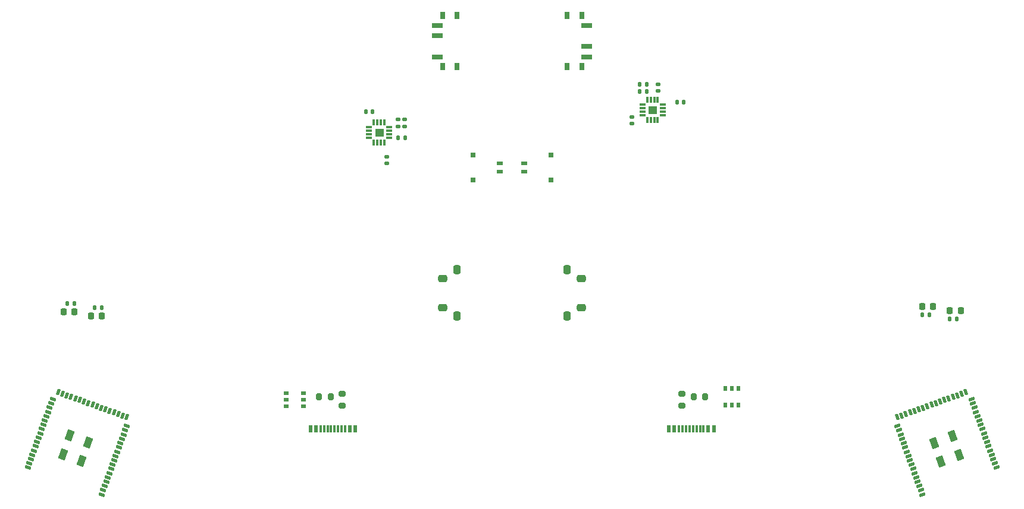
<source format=gtp>
G04 #@! TF.GenerationSoftware,KiCad,Pcbnew,(6.0.4-0)*
G04 #@! TF.CreationDate,2022-11-13T14:27:22-06:00*
G04 #@! TF.ProjectId,main,6d61696e-2e6b-4696-9361-645f70636258,0.2*
G04 #@! TF.SameCoordinates,Original*
G04 #@! TF.FileFunction,Paste,Top*
G04 #@! TF.FilePolarity,Positive*
%FSLAX46Y46*%
G04 Gerber Fmt 4.6, Leading zero omitted, Abs format (unit mm)*
G04 Created by KiCad (PCBNEW (6.0.4-0)) date 2022-11-13 14:27:22*
%MOMM*%
%LPD*%
G01*
G04 APERTURE LIST*
G04 Aperture macros list*
%AMRoundRect*
0 Rectangle with rounded corners*
0 $1 Rounding radius*
0 $2 $3 $4 $5 $6 $7 $8 $9 X,Y pos of 4 corners*
0 Add a 4 corners polygon primitive as box body*
4,1,4,$2,$3,$4,$5,$6,$7,$8,$9,$2,$3,0*
0 Add four circle primitives for the rounded corners*
1,1,$1+$1,$2,$3*
1,1,$1+$1,$4,$5*
1,1,$1+$1,$6,$7*
1,1,$1+$1,$8,$9*
0 Add four rect primitives between the rounded corners*
20,1,$1+$1,$2,$3,$4,$5,0*
20,1,$1+$1,$4,$5,$6,$7,0*
20,1,$1+$1,$6,$7,$8,$9,0*
20,1,$1+$1,$8,$9,$2,$3,0*%
%AMRotRect*
0 Rectangle, with rotation*
0 The origin of the aperture is its center*
0 $1 length*
0 $2 width*
0 $3 Rotation angle, in degrees counterclockwise*
0 Add horizontal line*
21,1,$1,$2,0,0,$3*%
G04 Aperture macros list end*
%ADD10C,0.010000*%
%ADD11RoundRect,0.112500X0.278669X0.221147X-0.355624X-0.009716X-0.278669X-0.221147X0.355624X0.009716X0*%
%ADD12RoundRect,0.112500X-0.221147X0.278669X0.009716X-0.355624X0.221147X-0.278669X-0.009716X0.355624X0*%
%ADD13RotRect,1.000000X1.500000X200.000000*%
%ADD14RotRect,1.000000X1.500000X160.000000*%
%ADD15RoundRect,0.112500X0.355624X-0.009716X-0.278669X0.221147X-0.355624X0.009716X0.278669X-0.221147X0*%
%ADD16RoundRect,0.112500X0.009716X0.355624X-0.221147X-0.278669X-0.009716X-0.355624X0.221147X0.278669X0*%
%ADD17RoundRect,0.007800X-0.422200X-0.122200X0.422200X-0.122200X0.422200X0.122200X-0.422200X0.122200X0*%
%ADD18RoundRect,0.007800X0.122200X-0.422200X0.122200X0.422200X-0.122200X0.422200X-0.122200X-0.422200X0*%
%ADD19R,1.500000X0.700000*%
%ADD20R,0.800000X1.000000*%
%ADD21R,0.600000X1.100000*%
%ADD22R,0.300000X1.100000*%
%ADD23RoundRect,0.218750X0.218750X0.256250X-0.218750X0.256250X-0.218750X-0.256250X0.218750X-0.256250X0*%
%ADD24RoundRect,0.140000X-0.170000X0.140000X-0.170000X-0.140000X0.170000X-0.140000X0.170000X0.140000X0*%
%ADD25R,0.800000X0.550000*%
%ADD26RoundRect,0.135000X-0.135000X-0.185000X0.135000X-0.185000X0.135000X0.185000X-0.135000X0.185000X0*%
%ADD27RoundRect,0.140000X0.140000X0.170000X-0.140000X0.170000X-0.140000X-0.170000X0.140000X-0.170000X0*%
%ADD28RoundRect,0.218750X-0.218750X-0.256250X0.218750X-0.256250X0.218750X0.256250X-0.218750X0.256250X0*%
%ADD29RoundRect,0.200000X0.200000X0.275000X-0.200000X0.275000X-0.200000X-0.275000X0.200000X-0.275000X0*%
%ADD30RoundRect,0.250000X-0.400000X0.250000X-0.400000X-0.250000X0.400000X-0.250000X0.400000X0.250000X0*%
%ADD31RoundRect,0.250000X-0.250000X0.400000X-0.250000X-0.400000X0.250000X-0.400000X0.250000X0.400000X0*%
%ADD32R,0.850000X0.600000*%
%ADD33R,0.800000X0.700000*%
%ADD34RoundRect,0.140000X0.170000X-0.140000X0.170000X0.140000X-0.170000X0.140000X-0.170000X-0.140000X0*%
%ADD35RoundRect,0.200000X-0.200000X-0.275000X0.200000X-0.275000X0.200000X0.275000X-0.200000X0.275000X0*%
%ADD36RoundRect,0.135000X0.135000X0.185000X-0.135000X0.185000X-0.135000X-0.185000X0.135000X-0.185000X0*%
%ADD37RoundRect,0.007800X-0.122200X0.422200X-0.122200X-0.422200X0.122200X-0.422200X0.122200X0.422200X0*%
%ADD38RoundRect,0.250000X0.400000X-0.250000X0.400000X0.250000X-0.400000X0.250000X-0.400000X-0.250000X0*%
%ADD39RoundRect,0.250000X0.250000X-0.400000X0.250000X0.400000X-0.250000X0.400000X-0.250000X-0.400000X0*%
%ADD40RoundRect,0.200000X0.275000X-0.200000X0.275000X0.200000X-0.275000X0.200000X-0.275000X-0.200000X0*%
%ADD41RoundRect,0.135000X0.185000X-0.135000X0.185000X0.135000X-0.185000X0.135000X-0.185000X-0.135000X0*%
%ADD42R,0.550000X0.800000*%
G04 APERTURE END LIST*
G36*
X190178402Y-95992500D02*
G01*
X189118402Y-95992500D01*
X189118402Y-94932500D01*
X190178402Y-94932500D01*
X190178402Y-95992500D01*
G37*
D10*
X190178402Y-95992500D02*
X189118402Y-95992500D01*
X189118402Y-94932500D01*
X190178402Y-94932500D01*
X190178402Y-95992500D01*
G36*
X151292500Y-99192500D02*
G01*
X150232500Y-99192500D01*
X150232500Y-98132500D01*
X151292500Y-98132500D01*
X151292500Y-99192500D01*
G37*
X151292500Y-99192500D02*
X150232500Y-99192500D01*
X150232500Y-98132500D01*
X151292500Y-98132500D01*
X151292500Y-99192500D01*
D11*
X228060484Y-150290860D03*
X227838171Y-149680060D03*
X227615858Y-149069260D03*
X227393544Y-148458459D03*
X227171232Y-147847660D03*
X226948918Y-147236859D03*
X226726605Y-146626059D03*
X226504292Y-146015259D03*
X226281979Y-145404458D03*
X226059666Y-144793658D03*
X225837353Y-144182858D03*
X225615040Y-143572058D03*
X225392727Y-142961257D03*
X225170414Y-142350457D03*
X224948100Y-141739657D03*
X224725787Y-141128857D03*
X224503474Y-140518057D03*
D12*
X224468927Y-139253617D03*
X225079727Y-139031304D03*
X225690528Y-138808991D03*
X226301328Y-138586678D03*
X226912128Y-138364365D03*
X227522928Y-138142052D03*
X228133728Y-137919739D03*
X228744529Y-137697426D03*
X229355329Y-137475113D03*
X229966129Y-137252800D03*
X230576929Y-137030487D03*
X231187729Y-136808173D03*
X231798530Y-136585860D03*
X232409330Y-136363547D03*
X233020129Y-136141235D03*
X233630930Y-135918921D03*
X234241730Y-135696608D03*
D11*
X235028032Y-136687431D03*
X235250345Y-137298231D03*
X235472658Y-137909031D03*
X235694971Y-138519832D03*
X235917284Y-139130632D03*
X236139597Y-139741432D03*
X236361910Y-140352232D03*
X236584223Y-140963032D03*
X236806536Y-141573833D03*
X237028849Y-142184633D03*
X237251163Y-142795433D03*
X237473476Y-143406233D03*
X237695789Y-144017034D03*
X237918102Y-144627834D03*
X238140415Y-145238634D03*
X238362728Y-145849434D03*
X238585041Y-146460234D03*
D13*
X233300308Y-144659098D03*
X232325550Y-141980974D03*
X229694411Y-142938630D03*
X230669168Y-145616754D03*
D14*
X106717542Y-141878368D03*
X109348681Y-142836024D03*
X105742784Y-144556492D03*
X108373924Y-145514148D03*
D15*
X100739959Y-146460234D03*
X100962272Y-145849434D03*
X101184585Y-145238634D03*
X101406898Y-144627834D03*
X101629211Y-144017034D03*
X101851524Y-143406233D03*
X102073837Y-142795433D03*
X102296151Y-142184633D03*
X102518464Y-141573833D03*
X102740777Y-140963032D03*
X102963090Y-140352232D03*
X103185403Y-139741432D03*
X103407716Y-139130632D03*
X103630029Y-138519832D03*
X103852342Y-137909031D03*
X104074655Y-137298231D03*
X104296968Y-136687431D03*
D16*
X105083270Y-135696608D03*
X105694070Y-135918921D03*
X106304870Y-136141234D03*
X106915670Y-136363547D03*
X107526470Y-136585860D03*
X108137271Y-136808173D03*
X108748071Y-137030487D03*
X109358871Y-137252800D03*
X109969671Y-137475113D03*
X110580471Y-137697426D03*
X111191272Y-137919739D03*
X111802072Y-138142052D03*
X112412872Y-138364365D03*
X113023672Y-138586678D03*
X113634471Y-138808991D03*
X114245273Y-139031304D03*
X114856073Y-139253617D03*
D15*
X114821526Y-140518057D03*
X114599213Y-141128857D03*
X114376900Y-141739657D03*
X114154586Y-142350457D03*
X113932273Y-142961257D03*
X113709960Y-143572058D03*
X113487647Y-144182858D03*
X113265334Y-144793658D03*
X113043021Y-145404458D03*
X112820708Y-146015259D03*
X112598395Y-146626059D03*
X112376082Y-147236859D03*
X112153769Y-147847659D03*
X111931456Y-148458459D03*
X111709142Y-149069260D03*
X111486829Y-149680060D03*
X111264516Y-150290860D03*
D17*
X188213402Y-94712500D03*
X188213402Y-95212500D03*
X188213402Y-95712500D03*
X188213402Y-96212500D03*
D18*
X188898402Y-96897500D03*
X189398402Y-96897500D03*
X189898402Y-96897500D03*
X190398402Y-96897500D03*
D17*
X191083402Y-96212500D03*
X191083402Y-95712500D03*
X191083402Y-95212500D03*
X191083402Y-94712500D03*
D18*
X190398402Y-94027500D03*
X189898402Y-94027500D03*
X189398402Y-94027500D03*
X188898402Y-94027500D03*
D19*
X180264500Y-83412500D03*
X180264500Y-86412500D03*
X180264500Y-87912500D03*
D20*
X179564500Y-82012500D03*
X177464500Y-82012500D03*
X177464500Y-89312500D03*
X179564500Y-89312500D03*
D21*
X191962500Y-140912500D03*
X192762500Y-140912500D03*
D22*
X193912500Y-140912500D03*
X194912500Y-140912500D03*
X195412500Y-140912500D03*
X196412500Y-140912500D03*
D21*
X198362500Y-140912500D03*
X197562500Y-140912500D03*
D22*
X196912500Y-140912500D03*
X195912500Y-140912500D03*
X194412500Y-140912500D03*
X193412500Y-140912500D03*
D23*
X107400000Y-124262500D03*
X105825000Y-124262500D03*
D24*
X186710902Y-96432500D03*
X186710902Y-97392500D03*
D25*
X137545187Y-135807266D03*
X137545187Y-136757266D03*
X137545187Y-137707266D03*
X139945187Y-137707266D03*
X139945187Y-136757266D03*
X139945187Y-135807266D03*
D26*
X228012500Y-124692500D03*
X229032500Y-124692500D03*
D27*
X154438750Y-99425000D03*
X153478750Y-99425000D03*
D21*
X140962500Y-140912500D03*
X141762500Y-140912500D03*
D22*
X142912500Y-140912500D03*
X143912500Y-140912500D03*
X144412500Y-140912500D03*
X145412500Y-140912500D03*
D21*
X147362500Y-140912500D03*
X146562500Y-140912500D03*
D22*
X145912500Y-140912500D03*
X144912500Y-140912500D03*
X143412500Y-140912500D03*
X142412500Y-140912500D03*
D28*
X233500000Y-124092500D03*
X231925000Y-124092500D03*
D29*
X197137500Y-136362500D03*
X195487500Y-136362500D03*
D30*
X179512500Y-119517500D03*
X179512500Y-123617500D03*
D31*
X177512500Y-124867500D03*
X177512500Y-118267500D03*
D32*
X171425000Y-104262500D03*
X171425000Y-103062500D03*
D33*
X175200000Y-105412500D03*
X175200000Y-101912500D03*
D34*
X151845187Y-103117266D03*
X151845187Y-102157266D03*
D35*
X142187500Y-136362500D03*
X143837500Y-136362500D03*
D19*
X159062500Y-87912500D03*
X159062500Y-84912500D03*
X159062500Y-83412500D03*
D20*
X159762500Y-89312500D03*
X161862500Y-89312500D03*
X161862500Y-82012500D03*
X159762500Y-82012500D03*
D26*
X232932500Y-125292500D03*
X231912500Y-125292500D03*
D36*
X107412500Y-123062500D03*
X106392500Y-123062500D03*
D37*
X151512500Y-97227500D03*
X151012500Y-97227500D03*
X150512500Y-97227500D03*
X150012500Y-97227500D03*
D17*
X149327500Y-97912500D03*
X149327500Y-98412500D03*
X149327500Y-98912500D03*
X149327500Y-99412500D03*
D37*
X150012500Y-100097500D03*
X150512500Y-100097500D03*
X151012500Y-100097500D03*
X151512500Y-100097500D03*
D17*
X152197500Y-99412500D03*
X152197500Y-98912500D03*
X152197500Y-98412500D03*
X152197500Y-97912500D03*
D38*
X159787500Y-123617500D03*
X159787500Y-119517500D03*
D39*
X161787500Y-118267500D03*
X161787500Y-124867500D03*
D36*
X110292500Y-123662500D03*
X111312500Y-123662500D03*
D40*
X145512500Y-137587500D03*
X145512500Y-135937500D03*
D23*
X109725000Y-124862500D03*
X111300000Y-124862500D03*
D41*
X153412500Y-97835000D03*
X153412500Y-96815000D03*
D42*
X201912500Y-135162500D03*
X200962500Y-135162500D03*
X200012500Y-135162500D03*
X200012500Y-137562500D03*
X200962500Y-137562500D03*
X201912500Y-137562500D03*
D36*
X188820902Y-92812500D03*
X187800902Y-92812500D03*
D32*
X167900000Y-103062500D03*
X167900000Y-104262500D03*
D33*
X164125000Y-101912500D03*
X164125000Y-105412500D03*
D41*
X154412500Y-97835000D03*
X154412500Y-96815000D03*
D28*
X228025000Y-123492500D03*
X229600000Y-123492500D03*
D27*
X149792500Y-95725000D03*
X148832500Y-95725000D03*
D40*
X193812500Y-137587500D03*
X193812500Y-135937500D03*
D27*
X194103168Y-94379813D03*
X193143168Y-94379813D03*
D36*
X188820902Y-91812500D03*
X187800902Y-91812500D03*
D24*
X190410902Y-91786250D03*
X190410902Y-92746250D03*
M02*

</source>
